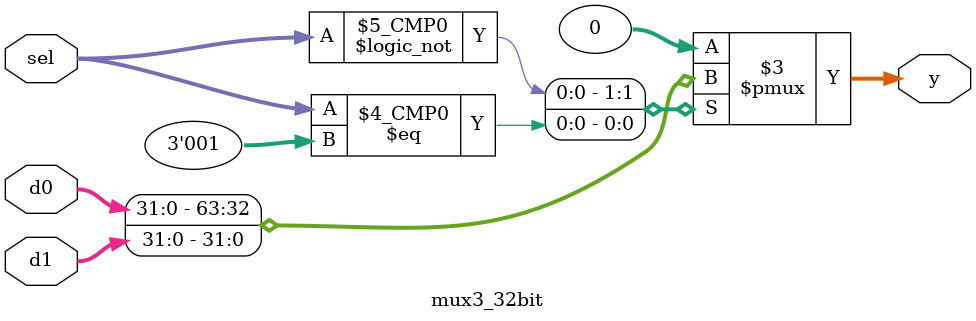
<source format=v>
module mux3_32bit(d0, d1, sel, y); //32bits mux3
	input [31:0] d0, d1;
	input [2:0] sel;
	output reg [31:0] y;
	
	always @(sel, d0, d1)
		case (sel)
		3'b000 : y = d0;
		3'b001 : y = d1;
		default y = 32'h00;
		endcase
		
endmodule 
</source>
